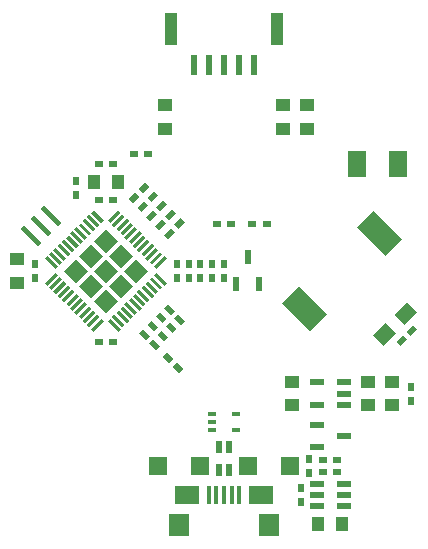
<source format=gbr>
G04 #@! TF.FileFunction,Paste,Bot*
%FSLAX46Y46*%
G04 Gerber Fmt 4.6, Leading zero omitted, Abs format (unit mm)*
G04 Created by KiCad (PCBNEW 4.0.7-e2-6376~58~ubuntu14.04.1) date Sun Apr  8 21:09:44 2018*
%MOMM*%
%LPD*%
G01*
G04 APERTURE LIST*
%ADD10C,0.100000*%
%ADD11R,1.200000X0.600000*%
%ADD12R,1.800000X1.900000*%
%ADD13R,2.100000X1.600000*%
%ADD14R,0.400000X1.500000*%
%ADD15R,0.500000X0.800000*%
%ADD16R,0.800000X0.500000*%
%ADD17R,1.200000X1.000000*%
%ADD18R,1.000000X1.200000*%
%ADD19R,0.600000X1.700000*%
%ADD20R,1.000000X2.700000*%
%ADD21R,0.600000X1.200000*%
%ADD22R,0.800000X0.300000*%
%ADD23R,1.500000X2.300000*%
%ADD24R,0.500000X1.000000*%
%ADD25R,1.600000X1.600000*%
G04 APERTURE END LIST*
D10*
G36*
X121940381Y-81569670D02*
X122293934Y-81216117D01*
X122859619Y-81781802D01*
X122506066Y-82135355D01*
X121940381Y-81569670D01*
X121940381Y-81569670D01*
G37*
G36*
X122788909Y-82418198D02*
X123142462Y-82064645D01*
X123708147Y-82630330D01*
X123354594Y-82983883D01*
X122788909Y-82418198D01*
X122788909Y-82418198D01*
G37*
G36*
X142101220Y-75727207D02*
X139697057Y-73323044D01*
X141111270Y-71908831D01*
X143515433Y-74312994D01*
X142101220Y-75727207D01*
X142101220Y-75727207D01*
G37*
G36*
X135737258Y-82091169D02*
X133333095Y-79687006D01*
X134747308Y-78272793D01*
X137151471Y-80676956D01*
X135737258Y-82091169D01*
X135737258Y-82091169D01*
G37*
G36*
X112676777Y-74932411D02*
X111191853Y-73447487D01*
X111474695Y-73164645D01*
X112959619Y-74649569D01*
X112676777Y-74932411D01*
X112676777Y-74932411D01*
G37*
G36*
X113525305Y-74083883D02*
X112040381Y-72598959D01*
X112323223Y-72316117D01*
X113808147Y-73801041D01*
X113525305Y-74083883D01*
X113525305Y-74083883D01*
G37*
G36*
X114373833Y-73235355D02*
X112888909Y-71750431D01*
X113171751Y-71467589D01*
X114656675Y-72952513D01*
X114373833Y-73235355D01*
X114373833Y-73235355D01*
G37*
D11*
X138574264Y-96000000D03*
X136274264Y-96000000D03*
X136274264Y-96950000D03*
X136274264Y-95050000D03*
X138574264Y-95050000D03*
X138574264Y-96950000D03*
D12*
X124624264Y-98500000D03*
X132224264Y-98500000D03*
D13*
X131524264Y-95950000D03*
X125324264Y-95950000D03*
D14*
X129724264Y-96000000D03*
X129074264Y-96000000D03*
X128424264Y-96000000D03*
X127774264Y-96000000D03*
X127124264Y-96000000D03*
D11*
X138574264Y-91000000D03*
X136274264Y-91950000D03*
X136274264Y-90050000D03*
D15*
X134924264Y-95400000D03*
X134924264Y-96600000D03*
X115924264Y-70600000D03*
X115924264Y-69400000D03*
X125424264Y-76400000D03*
X125424264Y-77600000D03*
D16*
X119024264Y-83000000D03*
X117824264Y-83000000D03*
D17*
X110924264Y-76000000D03*
X110924264Y-78000000D03*
D10*
G36*
X123340381Y-80169670D02*
X123693934Y-79816117D01*
X124259619Y-80381802D01*
X123906066Y-80735355D01*
X123340381Y-80169670D01*
X123340381Y-80169670D01*
G37*
G36*
X124188909Y-81018198D02*
X124542462Y-80664645D01*
X125108147Y-81230330D01*
X124754594Y-81583883D01*
X124188909Y-81018198D01*
X124188909Y-81018198D01*
G37*
G36*
X121240381Y-82269670D02*
X121593934Y-81916117D01*
X122159619Y-82481802D01*
X121806066Y-82835355D01*
X121240381Y-82269670D01*
X121240381Y-82269670D01*
G37*
G36*
X122088909Y-83118198D02*
X122442462Y-82764645D01*
X123008147Y-83330330D01*
X122654594Y-83683883D01*
X122088909Y-83118198D01*
X122088909Y-83118198D01*
G37*
D15*
X112424264Y-76400000D03*
X112424264Y-77600000D03*
D18*
X117424264Y-69500000D03*
X119424264Y-69500000D03*
D16*
X117824264Y-71000000D03*
X119024264Y-71000000D03*
D17*
X140624264Y-86400000D03*
X140624264Y-88400000D03*
X134224264Y-86400000D03*
X134224264Y-88400000D03*
D19*
X128424264Y-59600000D03*
X129674264Y-59600000D03*
X127174264Y-59600000D03*
X125924264Y-59600000D03*
D20*
X132924264Y-56550000D03*
X123924264Y-56550000D03*
D19*
X130924264Y-59600000D03*
D10*
G36*
X125008147Y-85330330D02*
X124654594Y-85683883D01*
X124088909Y-85118198D01*
X124442462Y-84764645D01*
X125008147Y-85330330D01*
X125008147Y-85330330D01*
G37*
G36*
X124159619Y-84481802D02*
X123806066Y-84835355D01*
X123240381Y-84269670D01*
X123593934Y-83916117D01*
X124159619Y-84481802D01*
X124159619Y-84481802D01*
G37*
G36*
X122943934Y-73533883D02*
X122590381Y-73180330D01*
X123156066Y-72614645D01*
X123509619Y-72968198D01*
X122943934Y-73533883D01*
X122943934Y-73533883D01*
G37*
G36*
X123792462Y-72685355D02*
X123438909Y-72331802D01*
X124004594Y-71766117D01*
X124358147Y-72119670D01*
X123792462Y-72685355D01*
X123792462Y-72685355D01*
G37*
D16*
X138024264Y-94000000D03*
X136824264Y-94000000D03*
D10*
G36*
X122640381Y-80869670D02*
X122993934Y-80516117D01*
X123559619Y-81081802D01*
X123206066Y-81435355D01*
X122640381Y-80869670D01*
X122640381Y-80869670D01*
G37*
G36*
X123488909Y-81718198D02*
X123842462Y-81364645D01*
X124408147Y-81930330D01*
X124054594Y-82283883D01*
X123488909Y-81718198D01*
X123488909Y-81718198D01*
G37*
D16*
X119024264Y-68000000D03*
X117824264Y-68000000D03*
D10*
G36*
X122504594Y-70266117D02*
X122858147Y-70619670D01*
X122292462Y-71185355D01*
X121938909Y-70831802D01*
X122504594Y-70266117D01*
X122504594Y-70266117D01*
G37*
G36*
X121656066Y-71114645D02*
X122009619Y-71468198D01*
X121443934Y-72033883D01*
X121090381Y-71680330D01*
X121656066Y-71114645D01*
X121656066Y-71114645D01*
G37*
G36*
X123254594Y-71016117D02*
X123608147Y-71369670D01*
X123042462Y-71935355D01*
X122688909Y-71581802D01*
X123254594Y-71016117D01*
X123254594Y-71016117D01*
G37*
G36*
X122406066Y-71864645D02*
X122759619Y-72218198D01*
X122193934Y-72783883D01*
X121840381Y-72430330D01*
X122406066Y-71864645D01*
X122406066Y-71864645D01*
G37*
G36*
X124754594Y-72516117D02*
X125108147Y-72869670D01*
X124542462Y-73435355D01*
X124188909Y-73081802D01*
X124754594Y-72516117D01*
X124754594Y-72516117D01*
G37*
G36*
X123906066Y-73364645D02*
X124259619Y-73718198D01*
X123693934Y-74283883D01*
X123340381Y-73930330D01*
X123906066Y-73364645D01*
X123906066Y-73364645D01*
G37*
D11*
X138574264Y-87400000D03*
X138574264Y-86450000D03*
X138574264Y-88350000D03*
X136274264Y-88350000D03*
X136274264Y-86450000D03*
D10*
G36*
X142128769Y-81411611D02*
X143012653Y-82295495D01*
X141951993Y-83356155D01*
X141068109Y-82472271D01*
X142128769Y-81411611D01*
X142128769Y-81411611D01*
G37*
G36*
X143896535Y-79643845D02*
X144780419Y-80527729D01*
X143719759Y-81588389D01*
X142835875Y-80704505D01*
X143896535Y-79643845D01*
X143896535Y-79643845D01*
G37*
D21*
X130424264Y-75850000D03*
X131374264Y-78150000D03*
X129474264Y-78150000D03*
D15*
X126424264Y-77600000D03*
X126424264Y-76400000D03*
X124424264Y-77600000D03*
X124424264Y-76400000D03*
D16*
X136824264Y-93000000D03*
X138024264Y-93000000D03*
D15*
X135624264Y-94100000D03*
X135624264Y-92900000D03*
D17*
X142624264Y-86400000D03*
X142624264Y-88400000D03*
D15*
X144224264Y-88000000D03*
X144224264Y-86800000D03*
D18*
X136424264Y-98400000D03*
X138424264Y-98400000D03*
D22*
X127424264Y-90450000D03*
X127424264Y-89800000D03*
X127424264Y-89150000D03*
X129424264Y-89150000D03*
X129424264Y-90450000D03*
D10*
G36*
X143393934Y-83383883D02*
X143040381Y-83030330D01*
X143606066Y-82464645D01*
X143959619Y-82818198D01*
X143393934Y-83383883D01*
X143393934Y-83383883D01*
G37*
G36*
X144242462Y-82535355D02*
X143888909Y-82181802D01*
X144454594Y-81616117D01*
X144808147Y-81969670D01*
X144242462Y-82535355D01*
X144242462Y-82535355D01*
G37*
G36*
X114163946Y-76840901D02*
X113280062Y-75957017D01*
X113492194Y-75744885D01*
X114376078Y-76628769D01*
X114163946Y-76840901D01*
X114163946Y-76840901D01*
G37*
G36*
X114517499Y-76487348D02*
X113633615Y-75603464D01*
X113845747Y-75391332D01*
X114729631Y-76275216D01*
X114517499Y-76487348D01*
X114517499Y-76487348D01*
G37*
G36*
X114871053Y-76133794D02*
X113987169Y-75249910D01*
X114199301Y-75037778D01*
X115083185Y-75921662D01*
X114871053Y-76133794D01*
X114871053Y-76133794D01*
G37*
G36*
X115224606Y-75780241D02*
X114340722Y-74896357D01*
X114552854Y-74684225D01*
X115436738Y-75568109D01*
X115224606Y-75780241D01*
X115224606Y-75780241D01*
G37*
G36*
X115578159Y-75426688D02*
X114694275Y-74542804D01*
X114906407Y-74330672D01*
X115790291Y-75214556D01*
X115578159Y-75426688D01*
X115578159Y-75426688D01*
G37*
G36*
X115931713Y-75073134D02*
X115047829Y-74189250D01*
X115259961Y-73977118D01*
X116143845Y-74861002D01*
X115931713Y-75073134D01*
X115931713Y-75073134D01*
G37*
G36*
X116285266Y-74719581D02*
X115401382Y-73835697D01*
X115613514Y-73623565D01*
X116497398Y-74507449D01*
X116285266Y-74719581D01*
X116285266Y-74719581D01*
G37*
G36*
X116638820Y-74366027D02*
X115754936Y-73482143D01*
X115967068Y-73270011D01*
X116850952Y-74153895D01*
X116638820Y-74366027D01*
X116638820Y-74366027D01*
G37*
G36*
X116992373Y-74012474D02*
X116108489Y-73128590D01*
X116320621Y-72916458D01*
X117204505Y-73800342D01*
X116992373Y-74012474D01*
X116992373Y-74012474D01*
G37*
G36*
X117345926Y-73658921D02*
X116462042Y-72775037D01*
X116674174Y-72562905D01*
X117558058Y-73446789D01*
X117345926Y-73658921D01*
X117345926Y-73658921D01*
G37*
G36*
X117699480Y-73305367D02*
X116815596Y-72421483D01*
X117027728Y-72209351D01*
X117911612Y-73093235D01*
X117699480Y-73305367D01*
X117699480Y-73305367D01*
G37*
G36*
X118053033Y-72951814D02*
X117169149Y-72067930D01*
X117381281Y-71855798D01*
X118265165Y-72739682D01*
X118053033Y-72951814D01*
X118053033Y-72951814D01*
G37*
G36*
X118583363Y-72739682D02*
X119467247Y-71855798D01*
X119679379Y-72067930D01*
X118795495Y-72951814D01*
X118583363Y-72739682D01*
X118583363Y-72739682D01*
G37*
G36*
X118936916Y-73093235D02*
X119820800Y-72209351D01*
X120032932Y-72421483D01*
X119149048Y-73305367D01*
X118936916Y-73093235D01*
X118936916Y-73093235D01*
G37*
G36*
X119290470Y-73446789D02*
X120174354Y-72562905D01*
X120386486Y-72775037D01*
X119502602Y-73658921D01*
X119290470Y-73446789D01*
X119290470Y-73446789D01*
G37*
G36*
X119644023Y-73800342D02*
X120527907Y-72916458D01*
X120740039Y-73128590D01*
X119856155Y-74012474D01*
X119644023Y-73800342D01*
X119644023Y-73800342D01*
G37*
G36*
X119997576Y-74153895D02*
X120881460Y-73270011D01*
X121093592Y-73482143D01*
X120209708Y-74366027D01*
X119997576Y-74153895D01*
X119997576Y-74153895D01*
G37*
G36*
X120351130Y-74507449D02*
X121235014Y-73623565D01*
X121447146Y-73835697D01*
X120563262Y-74719581D01*
X120351130Y-74507449D01*
X120351130Y-74507449D01*
G37*
G36*
X120704683Y-74861002D02*
X121588567Y-73977118D01*
X121800699Y-74189250D01*
X120916815Y-75073134D01*
X120704683Y-74861002D01*
X120704683Y-74861002D01*
G37*
G36*
X121058237Y-75214556D02*
X121942121Y-74330672D01*
X122154253Y-74542804D01*
X121270369Y-75426688D01*
X121058237Y-75214556D01*
X121058237Y-75214556D01*
G37*
G36*
X121411790Y-75568109D02*
X122295674Y-74684225D01*
X122507806Y-74896357D01*
X121623922Y-75780241D01*
X121411790Y-75568109D01*
X121411790Y-75568109D01*
G37*
G36*
X121765343Y-75921662D02*
X122649227Y-75037778D01*
X122861359Y-75249910D01*
X121977475Y-76133794D01*
X121765343Y-75921662D01*
X121765343Y-75921662D01*
G37*
G36*
X122118897Y-76275216D02*
X123002781Y-75391332D01*
X123214913Y-75603464D01*
X122331029Y-76487348D01*
X122118897Y-76275216D01*
X122118897Y-76275216D01*
G37*
G36*
X122472450Y-76628769D02*
X123356334Y-75744885D01*
X123568466Y-75957017D01*
X122684582Y-76840901D01*
X122472450Y-76628769D01*
X122472450Y-76628769D01*
G37*
G36*
X122684582Y-77159099D02*
X123568466Y-78042983D01*
X123356334Y-78255115D01*
X122472450Y-77371231D01*
X122684582Y-77159099D01*
X122684582Y-77159099D01*
G37*
G36*
X122331029Y-77512652D02*
X123214913Y-78396536D01*
X123002781Y-78608668D01*
X122118897Y-77724784D01*
X122331029Y-77512652D01*
X122331029Y-77512652D01*
G37*
G36*
X121977475Y-77866206D02*
X122861359Y-78750090D01*
X122649227Y-78962222D01*
X121765343Y-78078338D01*
X121977475Y-77866206D01*
X121977475Y-77866206D01*
G37*
G36*
X121623922Y-78219759D02*
X122507806Y-79103643D01*
X122295674Y-79315775D01*
X121411790Y-78431891D01*
X121623922Y-78219759D01*
X121623922Y-78219759D01*
G37*
G36*
X121270369Y-78573312D02*
X122154253Y-79457196D01*
X121942121Y-79669328D01*
X121058237Y-78785444D01*
X121270369Y-78573312D01*
X121270369Y-78573312D01*
G37*
G36*
X120916815Y-78926866D02*
X121800699Y-79810750D01*
X121588567Y-80022882D01*
X120704683Y-79138998D01*
X120916815Y-78926866D01*
X120916815Y-78926866D01*
G37*
G36*
X120563262Y-79280419D02*
X121447146Y-80164303D01*
X121235014Y-80376435D01*
X120351130Y-79492551D01*
X120563262Y-79280419D01*
X120563262Y-79280419D01*
G37*
G36*
X120209708Y-79633973D02*
X121093592Y-80517857D01*
X120881460Y-80729989D01*
X119997576Y-79846105D01*
X120209708Y-79633973D01*
X120209708Y-79633973D01*
G37*
G36*
X119856155Y-79987526D02*
X120740039Y-80871410D01*
X120527907Y-81083542D01*
X119644023Y-80199658D01*
X119856155Y-79987526D01*
X119856155Y-79987526D01*
G37*
G36*
X119502602Y-80341079D02*
X120386486Y-81224963D01*
X120174354Y-81437095D01*
X119290470Y-80553211D01*
X119502602Y-80341079D01*
X119502602Y-80341079D01*
G37*
G36*
X119149048Y-80694633D02*
X120032932Y-81578517D01*
X119820800Y-81790649D01*
X118936916Y-80906765D01*
X119149048Y-80694633D01*
X119149048Y-80694633D01*
G37*
G36*
X118795495Y-81048186D02*
X119679379Y-81932070D01*
X119467247Y-82144202D01*
X118583363Y-81260318D01*
X118795495Y-81048186D01*
X118795495Y-81048186D01*
G37*
G36*
X117169149Y-81932070D02*
X118053033Y-81048186D01*
X118265165Y-81260318D01*
X117381281Y-82144202D01*
X117169149Y-81932070D01*
X117169149Y-81932070D01*
G37*
G36*
X116815596Y-81578517D02*
X117699480Y-80694633D01*
X117911612Y-80906765D01*
X117027728Y-81790649D01*
X116815596Y-81578517D01*
X116815596Y-81578517D01*
G37*
G36*
X116462042Y-81224963D02*
X117345926Y-80341079D01*
X117558058Y-80553211D01*
X116674174Y-81437095D01*
X116462042Y-81224963D01*
X116462042Y-81224963D01*
G37*
G36*
X116108489Y-80871410D02*
X116992373Y-79987526D01*
X117204505Y-80199658D01*
X116320621Y-81083542D01*
X116108489Y-80871410D01*
X116108489Y-80871410D01*
G37*
G36*
X115754936Y-80517857D02*
X116638820Y-79633973D01*
X116850952Y-79846105D01*
X115967068Y-80729989D01*
X115754936Y-80517857D01*
X115754936Y-80517857D01*
G37*
G36*
X115401382Y-80164303D02*
X116285266Y-79280419D01*
X116497398Y-79492551D01*
X115613514Y-80376435D01*
X115401382Y-80164303D01*
X115401382Y-80164303D01*
G37*
G36*
X115047829Y-79810750D02*
X115931713Y-78926866D01*
X116143845Y-79138998D01*
X115259961Y-80022882D01*
X115047829Y-79810750D01*
X115047829Y-79810750D01*
G37*
G36*
X114694275Y-79457196D02*
X115578159Y-78573312D01*
X115790291Y-78785444D01*
X114906407Y-79669328D01*
X114694275Y-79457196D01*
X114694275Y-79457196D01*
G37*
G36*
X114340722Y-79103643D02*
X115224606Y-78219759D01*
X115436738Y-78431891D01*
X114552854Y-79315775D01*
X114340722Y-79103643D01*
X114340722Y-79103643D01*
G37*
G36*
X113987169Y-78750090D02*
X114871053Y-77866206D01*
X115083185Y-78078338D01*
X114199301Y-78962222D01*
X113987169Y-78750090D01*
X113987169Y-78750090D01*
G37*
G36*
X113633615Y-78396536D02*
X114517499Y-77512652D01*
X114729631Y-77724784D01*
X113845747Y-78608668D01*
X113633615Y-78396536D01*
X113633615Y-78396536D01*
G37*
G36*
X113280062Y-78042983D02*
X114163946Y-77159099D01*
X114376078Y-77371231D01*
X113492194Y-78255115D01*
X113280062Y-78042983D01*
X113280062Y-78042983D01*
G37*
G36*
X118424264Y-75472650D02*
X117406030Y-74454416D01*
X118424264Y-73436182D01*
X119442498Y-74454416D01*
X118424264Y-75472650D01*
X118424264Y-75472650D01*
G37*
G36*
X115878680Y-78018234D02*
X114860446Y-77000000D01*
X115878680Y-75981766D01*
X116896914Y-77000000D01*
X115878680Y-78018234D01*
X115878680Y-78018234D01*
G37*
G36*
X118424264Y-80563818D02*
X117406030Y-79545584D01*
X118424264Y-78527350D01*
X119442498Y-79545584D01*
X118424264Y-80563818D01*
X118424264Y-80563818D01*
G37*
G36*
X120969848Y-78018234D02*
X119951614Y-77000000D01*
X120969848Y-75981766D01*
X121988082Y-77000000D01*
X120969848Y-78018234D01*
X120969848Y-78018234D01*
G37*
G36*
X117151472Y-76745442D02*
X116133238Y-75727208D01*
X117151472Y-74708974D01*
X118169706Y-75727208D01*
X117151472Y-76745442D01*
X117151472Y-76745442D01*
G37*
G36*
X118424264Y-78018234D02*
X117406030Y-77000000D01*
X118424264Y-75981766D01*
X119442498Y-77000000D01*
X118424264Y-78018234D01*
X118424264Y-78018234D01*
G37*
G36*
X119697056Y-76745442D02*
X118678822Y-75727208D01*
X119697056Y-74708974D01*
X120715290Y-75727208D01*
X119697056Y-76745442D01*
X119697056Y-76745442D01*
G37*
G36*
X119697056Y-79291026D02*
X118678822Y-78272792D01*
X119697056Y-77254558D01*
X120715290Y-78272792D01*
X119697056Y-79291026D01*
X119697056Y-79291026D01*
G37*
G36*
X117151472Y-79291026D02*
X116133238Y-78272792D01*
X117151472Y-77254558D01*
X118169706Y-78272792D01*
X117151472Y-79291026D01*
X117151472Y-79291026D01*
G37*
D23*
X143174264Y-68000000D03*
X139674264Y-68000000D03*
D24*
X128854264Y-93850000D03*
X127994264Y-93850000D03*
X127994264Y-91950000D03*
X128854264Y-91950000D03*
D16*
X129024264Y-73000000D03*
X127824264Y-73000000D03*
X122024264Y-67100000D03*
X120824264Y-67100000D03*
D15*
X127424264Y-76400000D03*
X127424264Y-77600000D03*
X128424264Y-76400000D03*
X128424264Y-77600000D03*
D17*
X133424264Y-65000000D03*
X133424264Y-63000000D03*
X135424264Y-65000000D03*
X135424264Y-63000000D03*
D16*
X130824264Y-73000000D03*
X132024264Y-73000000D03*
D17*
X123424264Y-65000000D03*
X123424264Y-63000000D03*
D10*
G36*
X121754594Y-69516117D02*
X122108147Y-69869670D01*
X121542462Y-70435355D01*
X121188909Y-70081802D01*
X121754594Y-69516117D01*
X121754594Y-69516117D01*
G37*
G36*
X120906066Y-70364645D02*
X121259619Y-70718198D01*
X120693934Y-71283883D01*
X120340381Y-70930330D01*
X120906066Y-70364645D01*
X120906066Y-70364645D01*
G37*
D25*
X134024264Y-93500000D03*
X130424264Y-93500000D03*
X126424264Y-93500000D03*
X122824264Y-93500000D03*
M02*

</source>
